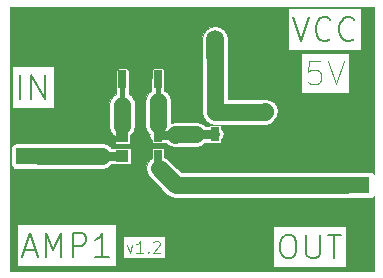
<source format=gbr>
G04 #@! TF.FileFunction,Copper,L1,Top,Signal*
%FSLAX46Y46*%
G04 Gerber Fmt 4.6, Leading zero omitted, Abs format (unit mm)*
G04 Created by KiCad (PCBNEW 4.0.2+dfsg1-stable) date Qua 18 Mai 2016 07:52:08 BRT*
%MOMM*%
G01*
G04 APERTURE LIST*
%ADD10C,0.100000*%
%ADD11C,0.125000*%
%ADD12C,0.200000*%
%ADD13C,1.500000*%
%ADD14R,4.000000X1.475000*%
%ADD15R,0.720000X1.500000*%
%ADD16R,0.920000X1.500000*%
%ADD17R,1.900000X2.921000*%
%ADD18R,0.750000X1.200000*%
%ADD19R,1.000000X1.100000*%
%ADD20R,1.100000X1.100000*%
%ADD21O,1.506220X3.014980*%
%ADD22R,1.200000X0.750000*%
%ADD23C,0.400000*%
%ADD24C,1.470000*%
%ADD25C,0.500000*%
%ADD26C,0.720000*%
G04 APERTURE END LIST*
D10*
D11*
X167259047Y-99742762D02*
X166306666Y-99742762D01*
X166211428Y-100695143D01*
X166306666Y-100599905D01*
X166497143Y-100504667D01*
X166973333Y-100504667D01*
X167163809Y-100599905D01*
X167259047Y-100695143D01*
X167354286Y-100885619D01*
X167354286Y-101361810D01*
X167259047Y-101552286D01*
X167163809Y-101647524D01*
X166973333Y-101742762D01*
X166497143Y-101742762D01*
X166306666Y-101647524D01*
X166211428Y-101552286D01*
X167925714Y-99742762D02*
X168592381Y-101742762D01*
X169259048Y-99742762D01*
D12*
X164370000Y-114474762D02*
X164750952Y-114474762D01*
X164941428Y-114570000D01*
X165131905Y-114760476D01*
X165227143Y-115141429D01*
X165227143Y-115808095D01*
X165131905Y-116189048D01*
X164941428Y-116379524D01*
X164750952Y-116474762D01*
X164370000Y-116474762D01*
X164179524Y-116379524D01*
X163989047Y-116189048D01*
X163893809Y-115808095D01*
X163893809Y-115141429D01*
X163989047Y-114760476D01*
X164179524Y-114570000D01*
X164370000Y-114474762D01*
X166084285Y-114474762D02*
X166084285Y-116093810D01*
X166179524Y-116284286D01*
X166274762Y-116379524D01*
X166465238Y-116474762D01*
X166846190Y-116474762D01*
X167036666Y-116379524D01*
X167131905Y-116284286D01*
X167227143Y-116093810D01*
X167227143Y-114474762D01*
X167893809Y-114474762D02*
X169036666Y-114474762D01*
X168465238Y-116474762D02*
X168465238Y-114474762D01*
X141862381Y-102974762D02*
X141862381Y-100974762D01*
X142814762Y-102974762D02*
X142814762Y-100974762D01*
X143957620Y-102974762D01*
X143957620Y-100974762D01*
X164973333Y-96059762D02*
X165640000Y-98059762D01*
X166306667Y-96059762D01*
X168116191Y-97869286D02*
X168020953Y-97964524D01*
X167735238Y-98059762D01*
X167544762Y-98059762D01*
X167259048Y-97964524D01*
X167068572Y-97774048D01*
X166973333Y-97583571D01*
X166878095Y-97202619D01*
X166878095Y-96916905D01*
X166973333Y-96535952D01*
X167068572Y-96345476D01*
X167259048Y-96155000D01*
X167544762Y-96059762D01*
X167735238Y-96059762D01*
X168020953Y-96155000D01*
X168116191Y-96250238D01*
X170116191Y-97869286D02*
X170020953Y-97964524D01*
X169735238Y-98059762D01*
X169544762Y-98059762D01*
X169259048Y-97964524D01*
X169068572Y-97774048D01*
X168973333Y-97583571D01*
X168878095Y-97202619D01*
X168878095Y-96916905D01*
X168973333Y-96535952D01*
X169068572Y-96345476D01*
X169259048Y-96155000D01*
X169544762Y-96059762D01*
X169735238Y-96059762D01*
X170020953Y-96155000D01*
X170116191Y-96250238D01*
D10*
X150891429Y-115345714D02*
X151129524Y-116012381D01*
X151367620Y-115345714D01*
X152272382Y-116012381D02*
X151700953Y-116012381D01*
X151986667Y-116012381D02*
X151986667Y-115012381D01*
X151891429Y-115155238D01*
X151796191Y-115250476D01*
X151700953Y-115298095D01*
X152700953Y-115917143D02*
X152748572Y-115964762D01*
X152700953Y-116012381D01*
X152653334Y-115964762D01*
X152700953Y-115917143D01*
X152700953Y-116012381D01*
X153129524Y-115107619D02*
X153177143Y-115060000D01*
X153272381Y-115012381D01*
X153510477Y-115012381D01*
X153605715Y-115060000D01*
X153653334Y-115107619D01*
X153700953Y-115202857D01*
X153700953Y-115298095D01*
X153653334Y-115440952D01*
X153081905Y-116012381D01*
X153700953Y-116012381D01*
D12*
X142198571Y-115773333D02*
X143150952Y-115773333D01*
X142008095Y-116344762D02*
X142674762Y-114344762D01*
X143341429Y-116344762D01*
X144008095Y-116344762D02*
X144008095Y-114344762D01*
X144674762Y-115773333D01*
X145341429Y-114344762D01*
X145341429Y-116344762D01*
X146293809Y-116344762D02*
X146293809Y-114344762D01*
X147055714Y-114344762D01*
X147246190Y-114440000D01*
X147341429Y-114535238D01*
X147436667Y-114725714D01*
X147436667Y-115011429D01*
X147341429Y-115201905D01*
X147246190Y-115297143D01*
X147055714Y-115392381D01*
X146293809Y-115392381D01*
X149341429Y-116344762D02*
X148198571Y-116344762D01*
X148770000Y-116344762D02*
X148770000Y-114344762D01*
X148579524Y-114630476D01*
X148389048Y-114820952D01*
X148198571Y-114916190D01*
D13*
X147000000Y-105320000D03*
D14*
X143480000Y-107820000D03*
D13*
X155690000Y-108080000D03*
X150930000Y-110310000D03*
X153110000Y-111570000D03*
X162210000Y-108100000D03*
X155510000Y-112550000D03*
X164510000Y-112550000D03*
X164510000Y-108050000D03*
X166760000Y-108050000D03*
X166760000Y-112550000D03*
X157760000Y-108050000D03*
X160010000Y-108050000D03*
X157760000Y-112550000D03*
X160010000Y-112550000D03*
X162260000Y-112550000D03*
D14*
X169484040Y-110251240D03*
D15*
X153519000Y-101295900D03*
X150519000Y-101295900D03*
D16*
X152019000Y-101295900D03*
D17*
X152019000Y-98165400D03*
D10*
G36*
X151559000Y-100545900D02*
X151069000Y-99625900D01*
X152969000Y-99625900D01*
X152479000Y-100545900D01*
X151559000Y-100545900D01*
X151559000Y-100545900D01*
G37*
D18*
X153517600Y-107889080D03*
X153517600Y-105989080D03*
X158370000Y-104060000D03*
X158370000Y-105960000D03*
D19*
X150510240Y-106114480D03*
D20*
X150510240Y-107814480D03*
D21*
X158370000Y-98680000D03*
X160910000Y-98680000D03*
D13*
X147000000Y-110320000D03*
D22*
X162590000Y-104030000D03*
X164490000Y-104030000D03*
D23*
X150519000Y-101295900D02*
X150519000Y-103457880D01*
D24*
X150495000Y-103481880D02*
X150495000Y-105232200D01*
X150519000Y-103457880D02*
X150495000Y-103481880D01*
D25*
X150519000Y-106105720D02*
X150510240Y-106114480D01*
D24*
X143480000Y-107820000D02*
X148760000Y-107820000D01*
D26*
X148765520Y-107814480D02*
X150510240Y-107814480D01*
X148760000Y-107820000D02*
X148765520Y-107814480D01*
D24*
X143485520Y-107814480D02*
X143480000Y-107820000D01*
X169484040Y-110251240D02*
X155011120Y-110251240D01*
X153619200Y-108859320D02*
X153619200Y-108844080D01*
X155011120Y-110251240D02*
X153619200Y-108859320D01*
D26*
X153517600Y-105989080D02*
X155000920Y-105989080D01*
X156760000Y-105960000D02*
X158370000Y-105960000D01*
X156740000Y-105980000D02*
X156760000Y-105960000D01*
D24*
X155010000Y-105980000D02*
X156740000Y-105980000D01*
X155000920Y-105989080D02*
X155010000Y-105980000D01*
D23*
X153519000Y-101295900D02*
X153519000Y-103183560D01*
D24*
X153517600Y-103184960D02*
X153517600Y-105156000D01*
X153519000Y-103183560D02*
X153517600Y-103184960D01*
X158370000Y-104060000D02*
X162560000Y-104060000D01*
X162560000Y-104060000D02*
X162590000Y-104030000D01*
X158370000Y-104060000D02*
X158370000Y-98680000D01*
D10*
G36*
X171775000Y-109319560D02*
X171739837Y-109264915D01*
X171622877Y-109184999D01*
X171484040Y-109156884D01*
X167484040Y-109156884D01*
X167434317Y-109166240D01*
X155460542Y-109166240D01*
X154417099Y-108122797D01*
X154386411Y-108076869D01*
X154045538Y-107849105D01*
X154045538Y-107289080D01*
X154035079Y-107233494D01*
X154002227Y-107182441D01*
X153952101Y-107148191D01*
X153892600Y-107136142D01*
X153142600Y-107136142D01*
X153087014Y-107146601D01*
X153035961Y-107179453D01*
X153001711Y-107229579D01*
X152989662Y-107289080D01*
X152989662Y-107984879D01*
X152851989Y-108076869D01*
X152616791Y-108428868D01*
X152534200Y-108844080D01*
X152534200Y-108859320D01*
X152616791Y-109274532D01*
X152776625Y-109513740D01*
X152851989Y-109626531D01*
X154243909Y-111018451D01*
X154595908Y-111253649D01*
X155011120Y-111336240D01*
X167437838Y-111336240D01*
X167484040Y-111345596D01*
X171484040Y-111345596D01*
X171613742Y-111321191D01*
X171732865Y-111244537D01*
X171775000Y-111182871D01*
X171775000Y-117525000D01*
X140975000Y-117525000D01*
X140975000Y-113590000D01*
X141567619Y-113590000D01*
X141567619Y-117090000D01*
X149972381Y-117090000D01*
X149972381Y-114560000D01*
X150548572Y-114560000D01*
X150548572Y-116460000D01*
X154091429Y-116460000D01*
X154091429Y-114560000D01*
X150548572Y-114560000D01*
X149972381Y-114560000D01*
X149972381Y-113720000D01*
X163262857Y-113720000D01*
X163262857Y-117220000D01*
X169477143Y-117220000D01*
X169477143Y-113720000D01*
X163262857Y-113720000D01*
X149972381Y-113720000D01*
X149972381Y-113590000D01*
X141567619Y-113590000D01*
X140975000Y-113590000D01*
X140975000Y-107082500D01*
X141123144Y-107082500D01*
X141123144Y-108557500D01*
X141147549Y-108687202D01*
X141224203Y-108806325D01*
X141341163Y-108886241D01*
X141480000Y-108914356D01*
X145480000Y-108914356D01*
X145529723Y-108905000D01*
X148760000Y-108905000D01*
X149175212Y-108822409D01*
X149527211Y-108587211D01*
X149569126Y-108524480D01*
X150510240Y-108524480D01*
X150545743Y-108517418D01*
X151060240Y-108517418D01*
X151115826Y-108506959D01*
X151166879Y-108474107D01*
X151201129Y-108423981D01*
X151213178Y-108364480D01*
X151213178Y-107849983D01*
X151220240Y-107814480D01*
X151213178Y-107778977D01*
X151213178Y-107264480D01*
X151202719Y-107208894D01*
X151169867Y-107157841D01*
X151119741Y-107123591D01*
X151060240Y-107111542D01*
X150545743Y-107111542D01*
X150510240Y-107104480D01*
X149561750Y-107104480D01*
X149527211Y-107052789D01*
X149175212Y-106817591D01*
X148760000Y-106735000D01*
X145526202Y-106735000D01*
X145480000Y-106725644D01*
X141480000Y-106725644D01*
X141350298Y-106750049D01*
X141231175Y-106826703D01*
X141151259Y-106943663D01*
X141123144Y-107082500D01*
X140975000Y-107082500D01*
X140975000Y-100220000D01*
X141136191Y-100220000D01*
X141136191Y-103720000D01*
X144683810Y-103720000D01*
X144683810Y-103481880D01*
X149410000Y-103481880D01*
X149410000Y-105232200D01*
X149492591Y-105647412D01*
X149727789Y-105999411D01*
X149857302Y-106085949D01*
X149857302Y-106664480D01*
X149867761Y-106720066D01*
X149900613Y-106771119D01*
X149950739Y-106805369D01*
X150010240Y-106817418D01*
X151010240Y-106817418D01*
X151065826Y-106806959D01*
X151116879Y-106774107D01*
X151151129Y-106723981D01*
X151163178Y-106664480D01*
X151163178Y-106065583D01*
X151262211Y-105999411D01*
X151497409Y-105647412D01*
X151580000Y-105232200D01*
X151580000Y-103578536D01*
X151604000Y-103457880D01*
X151549713Y-103184960D01*
X152432600Y-103184960D01*
X152432600Y-105156000D01*
X152515191Y-105571212D01*
X152750389Y-105923211D01*
X152812453Y-105964681D01*
X152807600Y-105989080D01*
X152861646Y-106260785D01*
X152989662Y-106452376D01*
X152989662Y-106589080D01*
X153000121Y-106644666D01*
X153032973Y-106695719D01*
X153083099Y-106729969D01*
X153142600Y-106742018D01*
X153892600Y-106742018D01*
X153948186Y-106731559D01*
X153998659Y-106699080D01*
X154195482Y-106699080D01*
X154233709Y-106756291D01*
X154585709Y-106991489D01*
X155000920Y-107074080D01*
X155046568Y-107065000D01*
X156740000Y-107065000D01*
X157155212Y-106982409D01*
X157507211Y-106747211D01*
X157558802Y-106670000D01*
X157890292Y-106670000D01*
X157935499Y-106700889D01*
X157995000Y-106712938D01*
X158745000Y-106712938D01*
X158800586Y-106702479D01*
X158851639Y-106669627D01*
X158885889Y-106619501D01*
X158897938Y-106560000D01*
X158897938Y-106423296D01*
X159025954Y-106231705D01*
X159080000Y-105960000D01*
X159025954Y-105688295D01*
X158897938Y-105496704D01*
X158897938Y-105360000D01*
X158887479Y-105304414D01*
X158854627Y-105253361D01*
X158804501Y-105219111D01*
X158745000Y-105207062D01*
X157995000Y-105207062D01*
X157939414Y-105217521D01*
X157888941Y-105250000D01*
X157532075Y-105250000D01*
X157507211Y-105212789D01*
X157155212Y-104977591D01*
X156740000Y-104895000D01*
X155010000Y-104895000D01*
X154602600Y-104976037D01*
X154602600Y-103190598D01*
X154604000Y-103183560D01*
X154521409Y-102768349D01*
X154286211Y-102416349D01*
X154069000Y-102271214D01*
X154069000Y-101295900D01*
X154031938Y-101109576D01*
X154031938Y-100545900D01*
X154021479Y-100490314D01*
X153988627Y-100439261D01*
X153938501Y-100405011D01*
X153879000Y-100392962D01*
X153159000Y-100392962D01*
X153103414Y-100403421D01*
X153052361Y-100436273D01*
X153018111Y-100486399D01*
X153006062Y-100545900D01*
X153006062Y-101109576D01*
X152969000Y-101295900D01*
X152969000Y-102271214D01*
X152751789Y-102416349D01*
X152750389Y-102417749D01*
X152515191Y-102769748D01*
X152432600Y-103184960D01*
X151549713Y-103184960D01*
X151521409Y-103042669D01*
X151286211Y-102690669D01*
X151069000Y-102545534D01*
X151069000Y-101295900D01*
X151031938Y-101109576D01*
X151031938Y-100545900D01*
X151021479Y-100490314D01*
X150988627Y-100439261D01*
X150938501Y-100405011D01*
X150879000Y-100392962D01*
X150159000Y-100392962D01*
X150103414Y-100403421D01*
X150052361Y-100436273D01*
X150018111Y-100486399D01*
X150006062Y-100545900D01*
X150006062Y-101109576D01*
X149969000Y-101295900D01*
X149969000Y-102545534D01*
X149751789Y-102690669D01*
X149727789Y-102714669D01*
X149492591Y-103066668D01*
X149410000Y-103481880D01*
X144683810Y-103481880D01*
X144683810Y-100220000D01*
X141136191Y-100220000D01*
X140975000Y-100220000D01*
X140975000Y-97889230D01*
X157266890Y-97889230D01*
X157266890Y-99470770D01*
X157285000Y-99561815D01*
X157285000Y-104060000D01*
X157367591Y-104475212D01*
X157602789Y-104827211D01*
X157954788Y-105062409D01*
X158370000Y-105145000D01*
X162560000Y-105145000D01*
X162975212Y-105062409D01*
X163327211Y-104827211D01*
X163357211Y-104797211D01*
X163592409Y-104445211D01*
X163675000Y-104030000D01*
X163592409Y-103614789D01*
X163357211Y-103262789D01*
X163005211Y-103027591D01*
X162590000Y-102945000D01*
X162439181Y-102975000D01*
X159455000Y-102975000D01*
X159455000Y-99561815D01*
X159473110Y-99470770D01*
X159473110Y-99100500D01*
X165617976Y-99100500D01*
X165617976Y-102450500D01*
X169662024Y-102450500D01*
X169662024Y-99100500D01*
X165617976Y-99100500D01*
X159473110Y-99100500D01*
X159473110Y-97889230D01*
X159389141Y-97467088D01*
X159150017Y-97109213D01*
X158792142Y-96870089D01*
X158370000Y-96786120D01*
X157947858Y-96870089D01*
X157589983Y-97109213D01*
X157350859Y-97467088D01*
X157266890Y-97889230D01*
X140975000Y-97889230D01*
X140975000Y-95305000D01*
X164532857Y-95305000D01*
X164532857Y-98805000D01*
X170747143Y-98805000D01*
X170747143Y-95305000D01*
X164532857Y-95305000D01*
X140975000Y-95305000D01*
X140975000Y-95225000D01*
X171775000Y-95225000D01*
X171775000Y-109319560D01*
X171775000Y-109319560D01*
G37*
X171775000Y-109319560D02*
X171739837Y-109264915D01*
X171622877Y-109184999D01*
X171484040Y-109156884D01*
X167484040Y-109156884D01*
X167434317Y-109166240D01*
X155460542Y-109166240D01*
X154417099Y-108122797D01*
X154386411Y-108076869D01*
X154045538Y-107849105D01*
X154045538Y-107289080D01*
X154035079Y-107233494D01*
X154002227Y-107182441D01*
X153952101Y-107148191D01*
X153892600Y-107136142D01*
X153142600Y-107136142D01*
X153087014Y-107146601D01*
X153035961Y-107179453D01*
X153001711Y-107229579D01*
X152989662Y-107289080D01*
X152989662Y-107984879D01*
X152851989Y-108076869D01*
X152616791Y-108428868D01*
X152534200Y-108844080D01*
X152534200Y-108859320D01*
X152616791Y-109274532D01*
X152776625Y-109513740D01*
X152851989Y-109626531D01*
X154243909Y-111018451D01*
X154595908Y-111253649D01*
X155011120Y-111336240D01*
X167437838Y-111336240D01*
X167484040Y-111345596D01*
X171484040Y-111345596D01*
X171613742Y-111321191D01*
X171732865Y-111244537D01*
X171775000Y-111182871D01*
X171775000Y-117525000D01*
X140975000Y-117525000D01*
X140975000Y-113590000D01*
X141567619Y-113590000D01*
X141567619Y-117090000D01*
X149972381Y-117090000D01*
X149972381Y-114560000D01*
X150548572Y-114560000D01*
X150548572Y-116460000D01*
X154091429Y-116460000D01*
X154091429Y-114560000D01*
X150548572Y-114560000D01*
X149972381Y-114560000D01*
X149972381Y-113720000D01*
X163262857Y-113720000D01*
X163262857Y-117220000D01*
X169477143Y-117220000D01*
X169477143Y-113720000D01*
X163262857Y-113720000D01*
X149972381Y-113720000D01*
X149972381Y-113590000D01*
X141567619Y-113590000D01*
X140975000Y-113590000D01*
X140975000Y-107082500D01*
X141123144Y-107082500D01*
X141123144Y-108557500D01*
X141147549Y-108687202D01*
X141224203Y-108806325D01*
X141341163Y-108886241D01*
X141480000Y-108914356D01*
X145480000Y-108914356D01*
X145529723Y-108905000D01*
X148760000Y-108905000D01*
X149175212Y-108822409D01*
X149527211Y-108587211D01*
X149569126Y-108524480D01*
X150510240Y-108524480D01*
X150545743Y-108517418D01*
X151060240Y-108517418D01*
X151115826Y-108506959D01*
X151166879Y-108474107D01*
X151201129Y-108423981D01*
X151213178Y-108364480D01*
X151213178Y-107849983D01*
X151220240Y-107814480D01*
X151213178Y-107778977D01*
X151213178Y-107264480D01*
X151202719Y-107208894D01*
X151169867Y-107157841D01*
X151119741Y-107123591D01*
X151060240Y-107111542D01*
X150545743Y-107111542D01*
X150510240Y-107104480D01*
X149561750Y-107104480D01*
X149527211Y-107052789D01*
X149175212Y-106817591D01*
X148760000Y-106735000D01*
X145526202Y-106735000D01*
X145480000Y-106725644D01*
X141480000Y-106725644D01*
X141350298Y-106750049D01*
X141231175Y-106826703D01*
X141151259Y-106943663D01*
X141123144Y-107082500D01*
X140975000Y-107082500D01*
X140975000Y-100220000D01*
X141136191Y-100220000D01*
X141136191Y-103720000D01*
X144683810Y-103720000D01*
X144683810Y-103481880D01*
X149410000Y-103481880D01*
X149410000Y-105232200D01*
X149492591Y-105647412D01*
X149727789Y-105999411D01*
X149857302Y-106085949D01*
X149857302Y-106664480D01*
X149867761Y-106720066D01*
X149900613Y-106771119D01*
X149950739Y-106805369D01*
X150010240Y-106817418D01*
X151010240Y-106817418D01*
X151065826Y-106806959D01*
X151116879Y-106774107D01*
X151151129Y-106723981D01*
X151163178Y-106664480D01*
X151163178Y-106065583D01*
X151262211Y-105999411D01*
X151497409Y-105647412D01*
X151580000Y-105232200D01*
X151580000Y-103578536D01*
X151604000Y-103457880D01*
X151549713Y-103184960D01*
X152432600Y-103184960D01*
X152432600Y-105156000D01*
X152515191Y-105571212D01*
X152750389Y-105923211D01*
X152812453Y-105964681D01*
X152807600Y-105989080D01*
X152861646Y-106260785D01*
X152989662Y-106452376D01*
X152989662Y-106589080D01*
X153000121Y-106644666D01*
X153032973Y-106695719D01*
X153083099Y-106729969D01*
X153142600Y-106742018D01*
X153892600Y-106742018D01*
X153948186Y-106731559D01*
X153998659Y-106699080D01*
X154195482Y-106699080D01*
X154233709Y-106756291D01*
X154585709Y-106991489D01*
X155000920Y-107074080D01*
X155046568Y-107065000D01*
X156740000Y-107065000D01*
X157155212Y-106982409D01*
X157507211Y-106747211D01*
X157558802Y-106670000D01*
X157890292Y-106670000D01*
X157935499Y-106700889D01*
X157995000Y-106712938D01*
X158745000Y-106712938D01*
X158800586Y-106702479D01*
X158851639Y-106669627D01*
X158885889Y-106619501D01*
X158897938Y-106560000D01*
X158897938Y-106423296D01*
X159025954Y-106231705D01*
X159080000Y-105960000D01*
X159025954Y-105688295D01*
X158897938Y-105496704D01*
X158897938Y-105360000D01*
X158887479Y-105304414D01*
X158854627Y-105253361D01*
X158804501Y-105219111D01*
X158745000Y-105207062D01*
X157995000Y-105207062D01*
X157939414Y-105217521D01*
X157888941Y-105250000D01*
X157532075Y-105250000D01*
X157507211Y-105212789D01*
X157155212Y-104977591D01*
X156740000Y-104895000D01*
X155010000Y-104895000D01*
X154602600Y-104976037D01*
X154602600Y-103190598D01*
X154604000Y-103183560D01*
X154521409Y-102768349D01*
X154286211Y-102416349D01*
X154069000Y-102271214D01*
X154069000Y-101295900D01*
X154031938Y-101109576D01*
X154031938Y-100545900D01*
X154021479Y-100490314D01*
X153988627Y-100439261D01*
X153938501Y-100405011D01*
X153879000Y-100392962D01*
X153159000Y-100392962D01*
X153103414Y-100403421D01*
X153052361Y-100436273D01*
X153018111Y-100486399D01*
X153006062Y-100545900D01*
X153006062Y-101109576D01*
X152969000Y-101295900D01*
X152969000Y-102271214D01*
X152751789Y-102416349D01*
X152750389Y-102417749D01*
X152515191Y-102769748D01*
X152432600Y-103184960D01*
X151549713Y-103184960D01*
X151521409Y-103042669D01*
X151286211Y-102690669D01*
X151069000Y-102545534D01*
X151069000Y-101295900D01*
X151031938Y-101109576D01*
X151031938Y-100545900D01*
X151021479Y-100490314D01*
X150988627Y-100439261D01*
X150938501Y-100405011D01*
X150879000Y-100392962D01*
X150159000Y-100392962D01*
X150103414Y-100403421D01*
X150052361Y-100436273D01*
X150018111Y-100486399D01*
X150006062Y-100545900D01*
X150006062Y-101109576D01*
X149969000Y-101295900D01*
X149969000Y-102545534D01*
X149751789Y-102690669D01*
X149727789Y-102714669D01*
X149492591Y-103066668D01*
X149410000Y-103481880D01*
X144683810Y-103481880D01*
X144683810Y-100220000D01*
X141136191Y-100220000D01*
X140975000Y-100220000D01*
X140975000Y-97889230D01*
X157266890Y-97889230D01*
X157266890Y-99470770D01*
X157285000Y-99561815D01*
X157285000Y-104060000D01*
X157367591Y-104475212D01*
X157602789Y-104827211D01*
X157954788Y-105062409D01*
X158370000Y-105145000D01*
X162560000Y-105145000D01*
X162975212Y-105062409D01*
X163327211Y-104827211D01*
X163357211Y-104797211D01*
X163592409Y-104445211D01*
X163675000Y-104030000D01*
X163592409Y-103614789D01*
X163357211Y-103262789D01*
X163005211Y-103027591D01*
X162590000Y-102945000D01*
X162439181Y-102975000D01*
X159455000Y-102975000D01*
X159455000Y-99561815D01*
X159473110Y-99470770D01*
X159473110Y-99100500D01*
X165617976Y-99100500D01*
X165617976Y-102450500D01*
X169662024Y-102450500D01*
X169662024Y-99100500D01*
X165617976Y-99100500D01*
X159473110Y-99100500D01*
X159473110Y-97889230D01*
X159389141Y-97467088D01*
X159150017Y-97109213D01*
X158792142Y-96870089D01*
X158370000Y-96786120D01*
X157947858Y-96870089D01*
X157589983Y-97109213D01*
X157350859Y-97467088D01*
X157266890Y-97889230D01*
X140975000Y-97889230D01*
X140975000Y-95305000D01*
X164532857Y-95305000D01*
X164532857Y-98805000D01*
X170747143Y-98805000D01*
X170747143Y-95305000D01*
X164532857Y-95305000D01*
X140975000Y-95305000D01*
X140975000Y-95225000D01*
X171775000Y-95225000D01*
X171775000Y-109319560D01*
M02*

</source>
